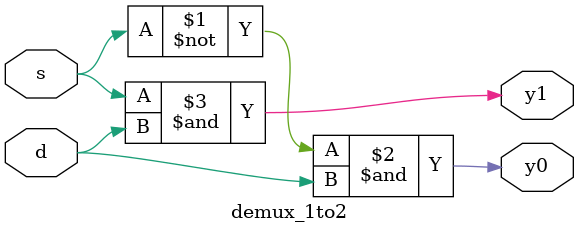
<source format=v>
module demux_1to2 (
    input d,
    input s,
    output y0,
    output y1
);
assign y0 = (~s) & d;
assign y1 = s & d;
endmodule

</source>
